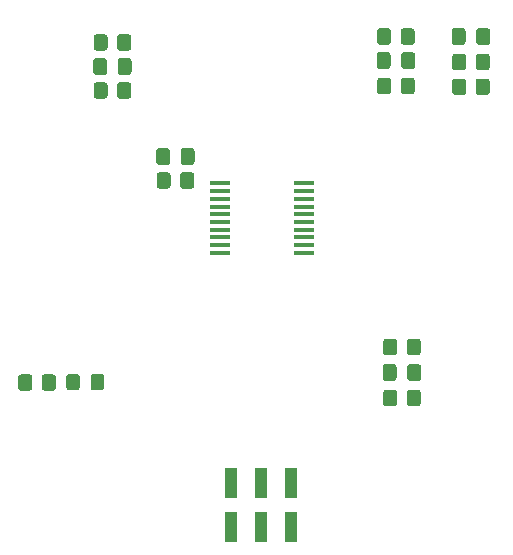
<source format=gtp>
G04 #@! TF.GenerationSoftware,KiCad,Pcbnew,(5.1.6)-1*
G04 #@! TF.CreationDate,2021-11-15T17:53:34+01:00*
G04 #@! TF.ProjectId,STEM,5354454d-2e6b-4696-9361-645f70636258,A*
G04 #@! TF.SameCoordinates,Original*
G04 #@! TF.FileFunction,Paste,Top*
G04 #@! TF.FilePolarity,Positive*
%FSLAX46Y46*%
G04 Gerber Fmt 4.6, Leading zero omitted, Abs format (unit mm)*
G04 Created by KiCad (PCBNEW (5.1.6)-1) date 2021-11-15 17:53:34*
%MOMM*%
%LPD*%
G01*
G04 APERTURE LIST*
%ADD10R,1.000000X2.500000*%
%ADD11R,1.800000X0.450000*%
G04 APERTURE END LIST*
D10*
X120015000Y-138430000D03*
X120015000Y-134730000D03*
X122555000Y-138430000D03*
X122555000Y-134730000D03*
X125095000Y-138430000D03*
X125095000Y-134730000D03*
G36*
G01*
X139935000Y-100708999D02*
X139935000Y-101609001D01*
G75*
G02*
X139685001Y-101859000I-249999J0D01*
G01*
X138984999Y-101859000D01*
G75*
G02*
X138735000Y-101609001I0J249999D01*
G01*
X138735000Y-100708999D01*
G75*
G02*
X138984999Y-100459000I249999J0D01*
G01*
X139685001Y-100459000D01*
G75*
G02*
X139935000Y-100708999I0J-249999D01*
G01*
G37*
G36*
G01*
X141935000Y-100708999D02*
X141935000Y-101609001D01*
G75*
G02*
X141685001Y-101859000I-249999J0D01*
G01*
X140984999Y-101859000D01*
G75*
G02*
X140735000Y-101609001I0J249999D01*
G01*
X140735000Y-100708999D01*
G75*
G02*
X140984999Y-100459000I249999J0D01*
G01*
X141685001Y-100459000D01*
G75*
G02*
X141935000Y-100708999I0J-249999D01*
G01*
G37*
G36*
G01*
X108382000Y-101923001D02*
X108382000Y-101022999D01*
G75*
G02*
X108631999Y-100773000I249999J0D01*
G01*
X109332001Y-100773000D01*
G75*
G02*
X109582000Y-101022999I0J-249999D01*
G01*
X109582000Y-101923001D01*
G75*
G02*
X109332001Y-102173000I-249999J0D01*
G01*
X108631999Y-102173000D01*
G75*
G02*
X108382000Y-101923001I0J249999D01*
G01*
G37*
G36*
G01*
X110382000Y-101923001D02*
X110382000Y-101022999D01*
G75*
G02*
X110631999Y-100773000I249999J0D01*
G01*
X111332001Y-100773000D01*
G75*
G02*
X111582000Y-101022999I0J-249999D01*
G01*
X111582000Y-101923001D01*
G75*
G02*
X111332001Y-102173000I-249999J0D01*
G01*
X110631999Y-102173000D01*
G75*
G02*
X110382000Y-101923001I0J249999D01*
G01*
G37*
G36*
G01*
X110432000Y-99916000D02*
X110432000Y-98966000D01*
G75*
G02*
X110682000Y-98716000I250000J0D01*
G01*
X111357000Y-98716000D01*
G75*
G02*
X111607000Y-98966000I0J-250000D01*
G01*
X111607000Y-99916000D01*
G75*
G02*
X111357000Y-100166000I-250000J0D01*
G01*
X110682000Y-100166000D01*
G75*
G02*
X110432000Y-99916000I0J250000D01*
G01*
G37*
G36*
G01*
X108357000Y-99916000D02*
X108357000Y-98966000D01*
G75*
G02*
X108607000Y-98716000I250000J0D01*
G01*
X109282000Y-98716000D01*
G75*
G02*
X109532000Y-98966000I0J-250000D01*
G01*
X109532000Y-99916000D01*
G75*
G02*
X109282000Y-100166000I-250000J0D01*
G01*
X108607000Y-100166000D01*
G75*
G02*
X108357000Y-99916000I0J250000D01*
G01*
G37*
G36*
G01*
X136093000Y-122739999D02*
X136093000Y-123640001D01*
G75*
G02*
X135843001Y-123890000I-249999J0D01*
G01*
X135142999Y-123890000D01*
G75*
G02*
X134893000Y-123640001I0J249999D01*
G01*
X134893000Y-122739999D01*
G75*
G02*
X135142999Y-122490000I249999J0D01*
G01*
X135843001Y-122490000D01*
G75*
G02*
X136093000Y-122739999I0J-249999D01*
G01*
G37*
G36*
G01*
X134093000Y-122739999D02*
X134093000Y-123640001D01*
G75*
G02*
X133843001Y-123890000I-249999J0D01*
G01*
X133142999Y-123890000D01*
G75*
G02*
X132893000Y-123640001I0J249999D01*
G01*
X132893000Y-122739999D01*
G75*
G02*
X133142999Y-122490000I249999J0D01*
G01*
X133843001Y-122490000D01*
G75*
G02*
X134093000Y-122739999I0J-249999D01*
G01*
G37*
G36*
G01*
X104000000Y-126648001D02*
X104000000Y-125747999D01*
G75*
G02*
X104249999Y-125498000I249999J0D01*
G01*
X104950001Y-125498000D01*
G75*
G02*
X105200000Y-125747999I0J-249999D01*
G01*
X105200000Y-126648001D01*
G75*
G02*
X104950001Y-126898000I-249999J0D01*
G01*
X104249999Y-126898000D01*
G75*
G02*
X104000000Y-126648001I0J249999D01*
G01*
G37*
G36*
G01*
X102000000Y-126648001D02*
X102000000Y-125747999D01*
G75*
G02*
X102249999Y-125498000I249999J0D01*
G01*
X102950001Y-125498000D01*
G75*
G02*
X103200000Y-125747999I0J-249999D01*
G01*
X103200000Y-126648001D01*
G75*
G02*
X102950001Y-126898000I-249999J0D01*
G01*
X102249999Y-126898000D01*
G75*
G02*
X102000000Y-126648001I0J249999D01*
G01*
G37*
G36*
G01*
X116941000Y-106586000D02*
X116941000Y-107536000D01*
G75*
G02*
X116691000Y-107786000I-250000J0D01*
G01*
X116016000Y-107786000D01*
G75*
G02*
X115766000Y-107536000I0J250000D01*
G01*
X115766000Y-106586000D01*
G75*
G02*
X116016000Y-106336000I250000J0D01*
G01*
X116691000Y-106336000D01*
G75*
G02*
X116941000Y-106586000I0J-250000D01*
G01*
G37*
G36*
G01*
X114866000Y-106586000D02*
X114866000Y-107536000D01*
G75*
G02*
X114616000Y-107786000I-250000J0D01*
G01*
X113941000Y-107786000D01*
G75*
G02*
X113691000Y-107536000I0J250000D01*
G01*
X113691000Y-106586000D01*
G75*
G02*
X113941000Y-106336000I250000J0D01*
G01*
X114616000Y-106336000D01*
G75*
G02*
X114866000Y-106586000I0J-250000D01*
G01*
G37*
G36*
G01*
X108130000Y-126618001D02*
X108130000Y-125717999D01*
G75*
G02*
X108379999Y-125468000I249999J0D01*
G01*
X109030001Y-125468000D01*
G75*
G02*
X109280000Y-125717999I0J-249999D01*
G01*
X109280000Y-126618001D01*
G75*
G02*
X109030001Y-126868000I-249999J0D01*
G01*
X108379999Y-126868000D01*
G75*
G02*
X108130000Y-126618001I0J249999D01*
G01*
G37*
G36*
G01*
X106080000Y-126618001D02*
X106080000Y-125717999D01*
G75*
G02*
X106329999Y-125468000I249999J0D01*
G01*
X106980001Y-125468000D01*
G75*
G02*
X107230000Y-125717999I0J-249999D01*
G01*
X107230000Y-126618001D01*
G75*
G02*
X106980001Y-126868000I-249999J0D01*
G01*
X106329999Y-126868000D01*
G75*
G02*
X106080000Y-126618001I0J249999D01*
G01*
G37*
G36*
G01*
X134093000Y-127057999D02*
X134093000Y-127958001D01*
G75*
G02*
X133843001Y-128208000I-249999J0D01*
G01*
X133142999Y-128208000D01*
G75*
G02*
X132893000Y-127958001I0J249999D01*
G01*
X132893000Y-127057999D01*
G75*
G02*
X133142999Y-126808000I249999J0D01*
G01*
X133843001Y-126808000D01*
G75*
G02*
X134093000Y-127057999I0J-249999D01*
G01*
G37*
G36*
G01*
X136093000Y-127057999D02*
X136093000Y-127958001D01*
G75*
G02*
X135843001Y-128208000I-249999J0D01*
G01*
X135142999Y-128208000D01*
G75*
G02*
X134893000Y-127958001I0J249999D01*
G01*
X134893000Y-127057999D01*
G75*
G02*
X135142999Y-126808000I249999J0D01*
G01*
X135843001Y-126808000D01*
G75*
G02*
X136093000Y-127057999I0J-249999D01*
G01*
G37*
G36*
G01*
X133585000Y-96450999D02*
X133585000Y-97351001D01*
G75*
G02*
X133335001Y-97601000I-249999J0D01*
G01*
X132634999Y-97601000D01*
G75*
G02*
X132385000Y-97351001I0J249999D01*
G01*
X132385000Y-96450999D01*
G75*
G02*
X132634999Y-96201000I249999J0D01*
G01*
X133335001Y-96201000D01*
G75*
G02*
X133585000Y-96450999I0J-249999D01*
G01*
G37*
G36*
G01*
X135585000Y-96450999D02*
X135585000Y-97351001D01*
G75*
G02*
X135335001Y-97601000I-249999J0D01*
G01*
X134634999Y-97601000D01*
G75*
G02*
X134385000Y-97351001I0J249999D01*
G01*
X134385000Y-96450999D01*
G75*
G02*
X134634999Y-96201000I249999J0D01*
G01*
X135335001Y-96201000D01*
G75*
G02*
X135585000Y-96450999I0J-249999D01*
G01*
G37*
D11*
X119132000Y-109343000D03*
X119132000Y-109993000D03*
X119132000Y-110643000D03*
X119132000Y-111293000D03*
X119132000Y-111943000D03*
X119132000Y-112593000D03*
X119132000Y-113243000D03*
X119132000Y-113893000D03*
X119132000Y-114543000D03*
X119132000Y-115193000D03*
X126232000Y-115193000D03*
X126232000Y-114543000D03*
X126232000Y-113893000D03*
X126232000Y-113243000D03*
X126232000Y-112593000D03*
X126232000Y-111943000D03*
X126232000Y-111293000D03*
X126232000Y-110643000D03*
X126232000Y-109993000D03*
X126232000Y-109343000D03*
G36*
G01*
X116916000Y-108642999D02*
X116916000Y-109543001D01*
G75*
G02*
X116666001Y-109793000I-249999J0D01*
G01*
X115965999Y-109793000D01*
G75*
G02*
X115716000Y-109543001I0J249999D01*
G01*
X115716000Y-108642999D01*
G75*
G02*
X115965999Y-108393000I249999J0D01*
G01*
X116666001Y-108393000D01*
G75*
G02*
X116916000Y-108642999I0J-249999D01*
G01*
G37*
G36*
G01*
X114916000Y-108642999D02*
X114916000Y-109543001D01*
G75*
G02*
X114666001Y-109793000I-249999J0D01*
G01*
X113965999Y-109793000D01*
G75*
G02*
X113716000Y-109543001I0J249999D01*
G01*
X113716000Y-108642999D01*
G75*
G02*
X113965999Y-108393000I249999J0D01*
G01*
X114666001Y-108393000D01*
G75*
G02*
X114916000Y-108642999I0J-249999D01*
G01*
G37*
G36*
G01*
X138735000Y-99510001D02*
X138735000Y-98609999D01*
G75*
G02*
X138984999Y-98360000I249999J0D01*
G01*
X139685001Y-98360000D01*
G75*
G02*
X139935000Y-98609999I0J-249999D01*
G01*
X139935000Y-99510001D01*
G75*
G02*
X139685001Y-99760000I-249999J0D01*
G01*
X138984999Y-99760000D01*
G75*
G02*
X138735000Y-99510001I0J249999D01*
G01*
G37*
G36*
G01*
X140735000Y-99510001D02*
X140735000Y-98609999D01*
G75*
G02*
X140984999Y-98360000I249999J0D01*
G01*
X141685001Y-98360000D01*
G75*
G02*
X141935000Y-98609999I0J-249999D01*
G01*
X141935000Y-99510001D01*
G75*
G02*
X141685001Y-99760000I-249999J0D01*
G01*
X140984999Y-99760000D01*
G75*
G02*
X140735000Y-99510001I0J249999D01*
G01*
G37*
G36*
G01*
X136118000Y-124874000D02*
X136118000Y-125824000D01*
G75*
G02*
X135868000Y-126074000I-250000J0D01*
G01*
X135193000Y-126074000D01*
G75*
G02*
X134943000Y-125824000I0J250000D01*
G01*
X134943000Y-124874000D01*
G75*
G02*
X135193000Y-124624000I250000J0D01*
G01*
X135868000Y-124624000D01*
G75*
G02*
X136118000Y-124874000I0J-250000D01*
G01*
G37*
G36*
G01*
X134043000Y-124874000D02*
X134043000Y-125824000D01*
G75*
G02*
X133793000Y-126074000I-250000J0D01*
G01*
X133118000Y-126074000D01*
G75*
G02*
X132868000Y-125824000I0J250000D01*
G01*
X132868000Y-124874000D01*
G75*
G02*
X133118000Y-124624000I250000J0D01*
G01*
X133793000Y-124624000D01*
G75*
G02*
X134043000Y-124874000I0J-250000D01*
G01*
G37*
G36*
G01*
X135585000Y-100641999D02*
X135585000Y-101542001D01*
G75*
G02*
X135335001Y-101792000I-249999J0D01*
G01*
X134634999Y-101792000D01*
G75*
G02*
X134385000Y-101542001I0J249999D01*
G01*
X134385000Y-100641999D01*
G75*
G02*
X134634999Y-100392000I249999J0D01*
G01*
X135335001Y-100392000D01*
G75*
G02*
X135585000Y-100641999I0J-249999D01*
G01*
G37*
G36*
G01*
X133585000Y-100641999D02*
X133585000Y-101542001D01*
G75*
G02*
X133335001Y-101792000I-249999J0D01*
G01*
X132634999Y-101792000D01*
G75*
G02*
X132385000Y-101542001I0J249999D01*
G01*
X132385000Y-100641999D01*
G75*
G02*
X132634999Y-100392000I249999J0D01*
G01*
X133335001Y-100392000D01*
G75*
G02*
X133585000Y-100641999I0J-249999D01*
G01*
G37*
G36*
G01*
X109582000Y-96958999D02*
X109582000Y-97859001D01*
G75*
G02*
X109332001Y-98109000I-249999J0D01*
G01*
X108631999Y-98109000D01*
G75*
G02*
X108382000Y-97859001I0J249999D01*
G01*
X108382000Y-96958999D01*
G75*
G02*
X108631999Y-96709000I249999J0D01*
G01*
X109332001Y-96709000D01*
G75*
G02*
X109582000Y-96958999I0J-249999D01*
G01*
G37*
G36*
G01*
X111582000Y-96958999D02*
X111582000Y-97859001D01*
G75*
G02*
X111332001Y-98109000I-249999J0D01*
G01*
X110631999Y-98109000D01*
G75*
G02*
X110382000Y-97859001I0J249999D01*
G01*
X110382000Y-96958999D01*
G75*
G02*
X110631999Y-96709000I249999J0D01*
G01*
X111332001Y-96709000D01*
G75*
G02*
X111582000Y-96958999I0J-249999D01*
G01*
G37*
G36*
G01*
X135610000Y-98458000D02*
X135610000Y-99408000D01*
G75*
G02*
X135360000Y-99658000I-250000J0D01*
G01*
X134685000Y-99658000D01*
G75*
G02*
X134435000Y-99408000I0J250000D01*
G01*
X134435000Y-98458000D01*
G75*
G02*
X134685000Y-98208000I250000J0D01*
G01*
X135360000Y-98208000D01*
G75*
G02*
X135610000Y-98458000I0J-250000D01*
G01*
G37*
G36*
G01*
X133535000Y-98458000D02*
X133535000Y-99408000D01*
G75*
G02*
X133285000Y-99658000I-250000J0D01*
G01*
X132610000Y-99658000D01*
G75*
G02*
X132360000Y-99408000I0J250000D01*
G01*
X132360000Y-98458000D01*
G75*
G02*
X132610000Y-98208000I250000J0D01*
G01*
X133285000Y-98208000D01*
G75*
G02*
X133535000Y-98458000I0J-250000D01*
G01*
G37*
G36*
G01*
X140785000Y-97376000D02*
X140785000Y-96426000D01*
G75*
G02*
X141035000Y-96176000I250000J0D01*
G01*
X141710000Y-96176000D01*
G75*
G02*
X141960000Y-96426000I0J-250000D01*
G01*
X141960000Y-97376000D01*
G75*
G02*
X141710000Y-97626000I-250000J0D01*
G01*
X141035000Y-97626000D01*
G75*
G02*
X140785000Y-97376000I0J250000D01*
G01*
G37*
G36*
G01*
X138710000Y-97376000D02*
X138710000Y-96426000D01*
G75*
G02*
X138960000Y-96176000I250000J0D01*
G01*
X139635000Y-96176000D01*
G75*
G02*
X139885000Y-96426000I0J-250000D01*
G01*
X139885000Y-97376000D01*
G75*
G02*
X139635000Y-97626000I-250000J0D01*
G01*
X138960000Y-97626000D01*
G75*
G02*
X138710000Y-97376000I0J250000D01*
G01*
G37*
M02*

</source>
